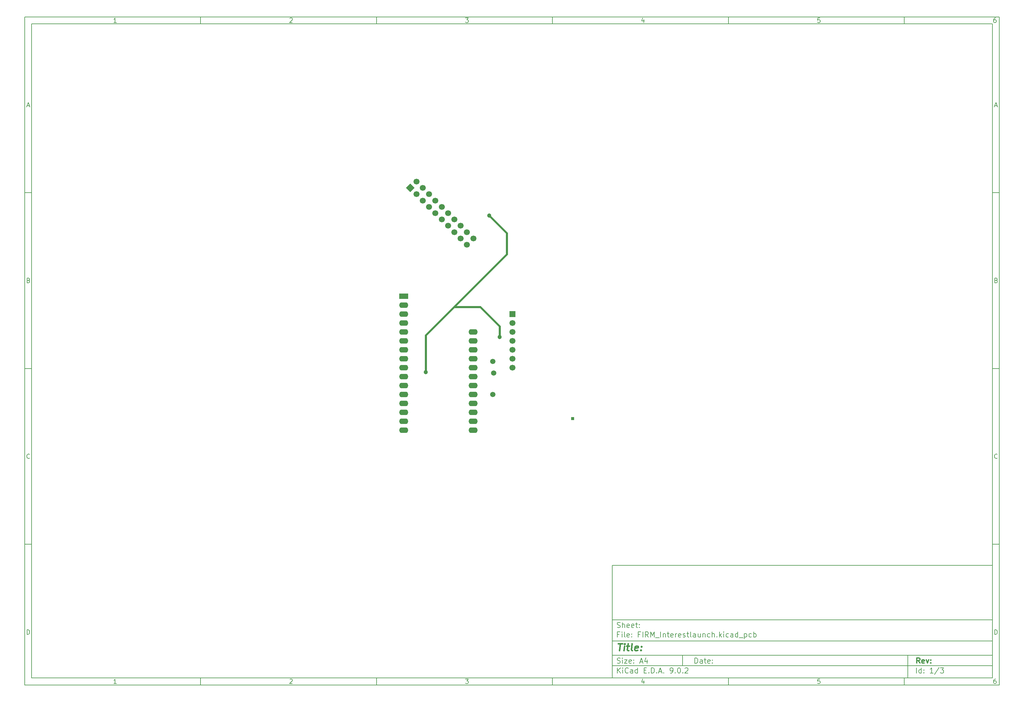
<source format=gbr>
%TF.GenerationSoftware,KiCad,Pcbnew,9.0.2*%
%TF.CreationDate,2025-09-11T00:31:58-04:00*%
%TF.ProjectId,FIRM_Interestlaunch,4649524d-5f49-46e7-9465-726573746c61,rev?*%
%TF.SameCoordinates,Original*%
%TF.FileFunction,Copper,L1,Top*%
%TF.FilePolarity,Positive*%
%FSLAX46Y46*%
G04 Gerber Fmt 4.6, Leading zero omitted, Abs format (unit mm)*
G04 Created by KiCad (PCBNEW 9.0.2) date 2025-09-11 00:31:58*
%MOMM*%
%LPD*%
G01*
G04 APERTURE LIST*
G04 Aperture macros list*
%AMRoundRect*
0 Rectangle with rounded corners*
0 $1 Rounding radius*
0 $2 $3 $4 $5 $6 $7 $8 $9 X,Y pos of 4 corners*
0 Add a 4 corners polygon primitive as box body*
4,1,4,$2,$3,$4,$5,$6,$7,$8,$9,$2,$3,0*
0 Add four circle primitives for the rounded corners*
1,1,$1+$1,$2,$3*
1,1,$1+$1,$4,$5*
1,1,$1+$1,$6,$7*
1,1,$1+$1,$8,$9*
0 Add four rect primitives between the rounded corners*
20,1,$1+$1,$2,$3,$4,$5,0*
20,1,$1+$1,$4,$5,$6,$7,0*
20,1,$1+$1,$6,$7,$8,$9,0*
20,1,$1+$1,$8,$9,$2,$3,0*%
%AMRotRect*
0 Rectangle, with rotation*
0 The origin of the aperture is its center*
0 $1 length*
0 $2 width*
0 $3 Rotation angle, in degrees counterclockwise*
0 Add horizontal line*
21,1,$1,$2,0,0,$3*%
G04 Aperture macros list end*
%ADD10C,0.100000*%
%ADD11C,0.150000*%
%ADD12C,0.300000*%
%ADD13C,0.400000*%
%TA.AperFunction,ComponentPad*%
%ADD14R,0.850000X0.850000*%
%TD*%
%TA.AperFunction,ComponentPad*%
%ADD15R,1.700000X1.700000*%
%TD*%
%TA.AperFunction,ComponentPad*%
%ADD16C,1.700000*%
%TD*%
%TA.AperFunction,ComponentPad*%
%ADD17RotRect,1.700000X1.700000X45.000000*%
%TD*%
%TA.AperFunction,ComponentPad*%
%ADD18RoundRect,0.250000X-1.050000X-0.550000X1.050000X-0.550000X1.050000X0.550000X-1.050000X0.550000X0*%
%TD*%
%TA.AperFunction,ComponentPad*%
%ADD19O,2.600000X1.600000*%
%TD*%
%TA.AperFunction,ViaPad*%
%ADD20C,1.500000*%
%TD*%
%TA.AperFunction,ViaPad*%
%ADD21C,1.200000*%
%TD*%
%TA.AperFunction,Conductor*%
%ADD22C,0.600000*%
%TD*%
G04 APERTURE END LIST*
D10*
D11*
X177002200Y-166007200D02*
X285002200Y-166007200D01*
X285002200Y-198007200D01*
X177002200Y-198007200D01*
X177002200Y-166007200D01*
D10*
D11*
X10000000Y-10000000D02*
X287002200Y-10000000D01*
X287002200Y-200007200D01*
X10000000Y-200007200D01*
X10000000Y-10000000D01*
D10*
D11*
X12000000Y-12000000D02*
X285002200Y-12000000D01*
X285002200Y-198007200D01*
X12000000Y-198007200D01*
X12000000Y-12000000D01*
D10*
D11*
X60000000Y-12000000D02*
X60000000Y-10000000D01*
D10*
D11*
X110000000Y-12000000D02*
X110000000Y-10000000D01*
D10*
D11*
X160000000Y-12000000D02*
X160000000Y-10000000D01*
D10*
D11*
X210000000Y-12000000D02*
X210000000Y-10000000D01*
D10*
D11*
X260000000Y-12000000D02*
X260000000Y-10000000D01*
D10*
D11*
X36089160Y-11593604D02*
X35346303Y-11593604D01*
X35717731Y-11593604D02*
X35717731Y-10293604D01*
X35717731Y-10293604D02*
X35593922Y-10479319D01*
X35593922Y-10479319D02*
X35470112Y-10603128D01*
X35470112Y-10603128D02*
X35346303Y-10665033D01*
D10*
D11*
X85346303Y-10417414D02*
X85408207Y-10355509D01*
X85408207Y-10355509D02*
X85532017Y-10293604D01*
X85532017Y-10293604D02*
X85841541Y-10293604D01*
X85841541Y-10293604D02*
X85965350Y-10355509D01*
X85965350Y-10355509D02*
X86027255Y-10417414D01*
X86027255Y-10417414D02*
X86089160Y-10541223D01*
X86089160Y-10541223D02*
X86089160Y-10665033D01*
X86089160Y-10665033D02*
X86027255Y-10850747D01*
X86027255Y-10850747D02*
X85284398Y-11593604D01*
X85284398Y-11593604D02*
X86089160Y-11593604D01*
D10*
D11*
X135284398Y-10293604D02*
X136089160Y-10293604D01*
X136089160Y-10293604D02*
X135655826Y-10788842D01*
X135655826Y-10788842D02*
X135841541Y-10788842D01*
X135841541Y-10788842D02*
X135965350Y-10850747D01*
X135965350Y-10850747D02*
X136027255Y-10912652D01*
X136027255Y-10912652D02*
X136089160Y-11036461D01*
X136089160Y-11036461D02*
X136089160Y-11345985D01*
X136089160Y-11345985D02*
X136027255Y-11469795D01*
X136027255Y-11469795D02*
X135965350Y-11531700D01*
X135965350Y-11531700D02*
X135841541Y-11593604D01*
X135841541Y-11593604D02*
X135470112Y-11593604D01*
X135470112Y-11593604D02*
X135346303Y-11531700D01*
X135346303Y-11531700D02*
X135284398Y-11469795D01*
D10*
D11*
X185965350Y-10726938D02*
X185965350Y-11593604D01*
X185655826Y-10231700D02*
X185346303Y-11160271D01*
X185346303Y-11160271D02*
X186151064Y-11160271D01*
D10*
D11*
X236027255Y-10293604D02*
X235408207Y-10293604D01*
X235408207Y-10293604D02*
X235346303Y-10912652D01*
X235346303Y-10912652D02*
X235408207Y-10850747D01*
X235408207Y-10850747D02*
X235532017Y-10788842D01*
X235532017Y-10788842D02*
X235841541Y-10788842D01*
X235841541Y-10788842D02*
X235965350Y-10850747D01*
X235965350Y-10850747D02*
X236027255Y-10912652D01*
X236027255Y-10912652D02*
X236089160Y-11036461D01*
X236089160Y-11036461D02*
X236089160Y-11345985D01*
X236089160Y-11345985D02*
X236027255Y-11469795D01*
X236027255Y-11469795D02*
X235965350Y-11531700D01*
X235965350Y-11531700D02*
X235841541Y-11593604D01*
X235841541Y-11593604D02*
X235532017Y-11593604D01*
X235532017Y-11593604D02*
X235408207Y-11531700D01*
X235408207Y-11531700D02*
X235346303Y-11469795D01*
D10*
D11*
X285965350Y-10293604D02*
X285717731Y-10293604D01*
X285717731Y-10293604D02*
X285593922Y-10355509D01*
X285593922Y-10355509D02*
X285532017Y-10417414D01*
X285532017Y-10417414D02*
X285408207Y-10603128D01*
X285408207Y-10603128D02*
X285346303Y-10850747D01*
X285346303Y-10850747D02*
X285346303Y-11345985D01*
X285346303Y-11345985D02*
X285408207Y-11469795D01*
X285408207Y-11469795D02*
X285470112Y-11531700D01*
X285470112Y-11531700D02*
X285593922Y-11593604D01*
X285593922Y-11593604D02*
X285841541Y-11593604D01*
X285841541Y-11593604D02*
X285965350Y-11531700D01*
X285965350Y-11531700D02*
X286027255Y-11469795D01*
X286027255Y-11469795D02*
X286089160Y-11345985D01*
X286089160Y-11345985D02*
X286089160Y-11036461D01*
X286089160Y-11036461D02*
X286027255Y-10912652D01*
X286027255Y-10912652D02*
X285965350Y-10850747D01*
X285965350Y-10850747D02*
X285841541Y-10788842D01*
X285841541Y-10788842D02*
X285593922Y-10788842D01*
X285593922Y-10788842D02*
X285470112Y-10850747D01*
X285470112Y-10850747D02*
X285408207Y-10912652D01*
X285408207Y-10912652D02*
X285346303Y-11036461D01*
D10*
D11*
X60000000Y-198007200D02*
X60000000Y-200007200D01*
D10*
D11*
X110000000Y-198007200D02*
X110000000Y-200007200D01*
D10*
D11*
X160000000Y-198007200D02*
X160000000Y-200007200D01*
D10*
D11*
X210000000Y-198007200D02*
X210000000Y-200007200D01*
D10*
D11*
X260000000Y-198007200D02*
X260000000Y-200007200D01*
D10*
D11*
X36089160Y-199600804D02*
X35346303Y-199600804D01*
X35717731Y-199600804D02*
X35717731Y-198300804D01*
X35717731Y-198300804D02*
X35593922Y-198486519D01*
X35593922Y-198486519D02*
X35470112Y-198610328D01*
X35470112Y-198610328D02*
X35346303Y-198672233D01*
D10*
D11*
X85346303Y-198424614D02*
X85408207Y-198362709D01*
X85408207Y-198362709D02*
X85532017Y-198300804D01*
X85532017Y-198300804D02*
X85841541Y-198300804D01*
X85841541Y-198300804D02*
X85965350Y-198362709D01*
X85965350Y-198362709D02*
X86027255Y-198424614D01*
X86027255Y-198424614D02*
X86089160Y-198548423D01*
X86089160Y-198548423D02*
X86089160Y-198672233D01*
X86089160Y-198672233D02*
X86027255Y-198857947D01*
X86027255Y-198857947D02*
X85284398Y-199600804D01*
X85284398Y-199600804D02*
X86089160Y-199600804D01*
D10*
D11*
X135284398Y-198300804D02*
X136089160Y-198300804D01*
X136089160Y-198300804D02*
X135655826Y-198796042D01*
X135655826Y-198796042D02*
X135841541Y-198796042D01*
X135841541Y-198796042D02*
X135965350Y-198857947D01*
X135965350Y-198857947D02*
X136027255Y-198919852D01*
X136027255Y-198919852D02*
X136089160Y-199043661D01*
X136089160Y-199043661D02*
X136089160Y-199353185D01*
X136089160Y-199353185D02*
X136027255Y-199476995D01*
X136027255Y-199476995D02*
X135965350Y-199538900D01*
X135965350Y-199538900D02*
X135841541Y-199600804D01*
X135841541Y-199600804D02*
X135470112Y-199600804D01*
X135470112Y-199600804D02*
X135346303Y-199538900D01*
X135346303Y-199538900D02*
X135284398Y-199476995D01*
D10*
D11*
X185965350Y-198734138D02*
X185965350Y-199600804D01*
X185655826Y-198238900D02*
X185346303Y-199167471D01*
X185346303Y-199167471D02*
X186151064Y-199167471D01*
D10*
D11*
X236027255Y-198300804D02*
X235408207Y-198300804D01*
X235408207Y-198300804D02*
X235346303Y-198919852D01*
X235346303Y-198919852D02*
X235408207Y-198857947D01*
X235408207Y-198857947D02*
X235532017Y-198796042D01*
X235532017Y-198796042D02*
X235841541Y-198796042D01*
X235841541Y-198796042D02*
X235965350Y-198857947D01*
X235965350Y-198857947D02*
X236027255Y-198919852D01*
X236027255Y-198919852D02*
X236089160Y-199043661D01*
X236089160Y-199043661D02*
X236089160Y-199353185D01*
X236089160Y-199353185D02*
X236027255Y-199476995D01*
X236027255Y-199476995D02*
X235965350Y-199538900D01*
X235965350Y-199538900D02*
X235841541Y-199600804D01*
X235841541Y-199600804D02*
X235532017Y-199600804D01*
X235532017Y-199600804D02*
X235408207Y-199538900D01*
X235408207Y-199538900D02*
X235346303Y-199476995D01*
D10*
D11*
X285965350Y-198300804D02*
X285717731Y-198300804D01*
X285717731Y-198300804D02*
X285593922Y-198362709D01*
X285593922Y-198362709D02*
X285532017Y-198424614D01*
X285532017Y-198424614D02*
X285408207Y-198610328D01*
X285408207Y-198610328D02*
X285346303Y-198857947D01*
X285346303Y-198857947D02*
X285346303Y-199353185D01*
X285346303Y-199353185D02*
X285408207Y-199476995D01*
X285408207Y-199476995D02*
X285470112Y-199538900D01*
X285470112Y-199538900D02*
X285593922Y-199600804D01*
X285593922Y-199600804D02*
X285841541Y-199600804D01*
X285841541Y-199600804D02*
X285965350Y-199538900D01*
X285965350Y-199538900D02*
X286027255Y-199476995D01*
X286027255Y-199476995D02*
X286089160Y-199353185D01*
X286089160Y-199353185D02*
X286089160Y-199043661D01*
X286089160Y-199043661D02*
X286027255Y-198919852D01*
X286027255Y-198919852D02*
X285965350Y-198857947D01*
X285965350Y-198857947D02*
X285841541Y-198796042D01*
X285841541Y-198796042D02*
X285593922Y-198796042D01*
X285593922Y-198796042D02*
X285470112Y-198857947D01*
X285470112Y-198857947D02*
X285408207Y-198919852D01*
X285408207Y-198919852D02*
X285346303Y-199043661D01*
D10*
D11*
X10000000Y-60000000D02*
X12000000Y-60000000D01*
D10*
D11*
X10000000Y-110000000D02*
X12000000Y-110000000D01*
D10*
D11*
X10000000Y-160000000D02*
X12000000Y-160000000D01*
D10*
D11*
X10690476Y-35222176D02*
X11309523Y-35222176D01*
X10566666Y-35593604D02*
X10999999Y-34293604D01*
X10999999Y-34293604D02*
X11433333Y-35593604D01*
D10*
D11*
X11092857Y-84912652D02*
X11278571Y-84974557D01*
X11278571Y-84974557D02*
X11340476Y-85036461D01*
X11340476Y-85036461D02*
X11402380Y-85160271D01*
X11402380Y-85160271D02*
X11402380Y-85345985D01*
X11402380Y-85345985D02*
X11340476Y-85469795D01*
X11340476Y-85469795D02*
X11278571Y-85531700D01*
X11278571Y-85531700D02*
X11154761Y-85593604D01*
X11154761Y-85593604D02*
X10659523Y-85593604D01*
X10659523Y-85593604D02*
X10659523Y-84293604D01*
X10659523Y-84293604D02*
X11092857Y-84293604D01*
X11092857Y-84293604D02*
X11216666Y-84355509D01*
X11216666Y-84355509D02*
X11278571Y-84417414D01*
X11278571Y-84417414D02*
X11340476Y-84541223D01*
X11340476Y-84541223D02*
X11340476Y-84665033D01*
X11340476Y-84665033D02*
X11278571Y-84788842D01*
X11278571Y-84788842D02*
X11216666Y-84850747D01*
X11216666Y-84850747D02*
X11092857Y-84912652D01*
X11092857Y-84912652D02*
X10659523Y-84912652D01*
D10*
D11*
X11402380Y-135469795D02*
X11340476Y-135531700D01*
X11340476Y-135531700D02*
X11154761Y-135593604D01*
X11154761Y-135593604D02*
X11030952Y-135593604D01*
X11030952Y-135593604D02*
X10845238Y-135531700D01*
X10845238Y-135531700D02*
X10721428Y-135407890D01*
X10721428Y-135407890D02*
X10659523Y-135284080D01*
X10659523Y-135284080D02*
X10597619Y-135036461D01*
X10597619Y-135036461D02*
X10597619Y-134850747D01*
X10597619Y-134850747D02*
X10659523Y-134603128D01*
X10659523Y-134603128D02*
X10721428Y-134479319D01*
X10721428Y-134479319D02*
X10845238Y-134355509D01*
X10845238Y-134355509D02*
X11030952Y-134293604D01*
X11030952Y-134293604D02*
X11154761Y-134293604D01*
X11154761Y-134293604D02*
X11340476Y-134355509D01*
X11340476Y-134355509D02*
X11402380Y-134417414D01*
D10*
D11*
X10659523Y-185593604D02*
X10659523Y-184293604D01*
X10659523Y-184293604D02*
X10969047Y-184293604D01*
X10969047Y-184293604D02*
X11154761Y-184355509D01*
X11154761Y-184355509D02*
X11278571Y-184479319D01*
X11278571Y-184479319D02*
X11340476Y-184603128D01*
X11340476Y-184603128D02*
X11402380Y-184850747D01*
X11402380Y-184850747D02*
X11402380Y-185036461D01*
X11402380Y-185036461D02*
X11340476Y-185284080D01*
X11340476Y-185284080D02*
X11278571Y-185407890D01*
X11278571Y-185407890D02*
X11154761Y-185531700D01*
X11154761Y-185531700D02*
X10969047Y-185593604D01*
X10969047Y-185593604D02*
X10659523Y-185593604D01*
D10*
D11*
X287002200Y-60000000D02*
X285002200Y-60000000D01*
D10*
D11*
X287002200Y-110000000D02*
X285002200Y-110000000D01*
D10*
D11*
X287002200Y-160000000D02*
X285002200Y-160000000D01*
D10*
D11*
X285692676Y-35222176D02*
X286311723Y-35222176D01*
X285568866Y-35593604D02*
X286002199Y-34293604D01*
X286002199Y-34293604D02*
X286435533Y-35593604D01*
D10*
D11*
X286095057Y-84912652D02*
X286280771Y-84974557D01*
X286280771Y-84974557D02*
X286342676Y-85036461D01*
X286342676Y-85036461D02*
X286404580Y-85160271D01*
X286404580Y-85160271D02*
X286404580Y-85345985D01*
X286404580Y-85345985D02*
X286342676Y-85469795D01*
X286342676Y-85469795D02*
X286280771Y-85531700D01*
X286280771Y-85531700D02*
X286156961Y-85593604D01*
X286156961Y-85593604D02*
X285661723Y-85593604D01*
X285661723Y-85593604D02*
X285661723Y-84293604D01*
X285661723Y-84293604D02*
X286095057Y-84293604D01*
X286095057Y-84293604D02*
X286218866Y-84355509D01*
X286218866Y-84355509D02*
X286280771Y-84417414D01*
X286280771Y-84417414D02*
X286342676Y-84541223D01*
X286342676Y-84541223D02*
X286342676Y-84665033D01*
X286342676Y-84665033D02*
X286280771Y-84788842D01*
X286280771Y-84788842D02*
X286218866Y-84850747D01*
X286218866Y-84850747D02*
X286095057Y-84912652D01*
X286095057Y-84912652D02*
X285661723Y-84912652D01*
D10*
D11*
X286404580Y-135469795D02*
X286342676Y-135531700D01*
X286342676Y-135531700D02*
X286156961Y-135593604D01*
X286156961Y-135593604D02*
X286033152Y-135593604D01*
X286033152Y-135593604D02*
X285847438Y-135531700D01*
X285847438Y-135531700D02*
X285723628Y-135407890D01*
X285723628Y-135407890D02*
X285661723Y-135284080D01*
X285661723Y-135284080D02*
X285599819Y-135036461D01*
X285599819Y-135036461D02*
X285599819Y-134850747D01*
X285599819Y-134850747D02*
X285661723Y-134603128D01*
X285661723Y-134603128D02*
X285723628Y-134479319D01*
X285723628Y-134479319D02*
X285847438Y-134355509D01*
X285847438Y-134355509D02*
X286033152Y-134293604D01*
X286033152Y-134293604D02*
X286156961Y-134293604D01*
X286156961Y-134293604D02*
X286342676Y-134355509D01*
X286342676Y-134355509D02*
X286404580Y-134417414D01*
D10*
D11*
X285661723Y-185593604D02*
X285661723Y-184293604D01*
X285661723Y-184293604D02*
X285971247Y-184293604D01*
X285971247Y-184293604D02*
X286156961Y-184355509D01*
X286156961Y-184355509D02*
X286280771Y-184479319D01*
X286280771Y-184479319D02*
X286342676Y-184603128D01*
X286342676Y-184603128D02*
X286404580Y-184850747D01*
X286404580Y-184850747D02*
X286404580Y-185036461D01*
X286404580Y-185036461D02*
X286342676Y-185284080D01*
X286342676Y-185284080D02*
X286280771Y-185407890D01*
X286280771Y-185407890D02*
X286156961Y-185531700D01*
X286156961Y-185531700D02*
X285971247Y-185593604D01*
X285971247Y-185593604D02*
X285661723Y-185593604D01*
D10*
D11*
X200458026Y-193793328D02*
X200458026Y-192293328D01*
X200458026Y-192293328D02*
X200815169Y-192293328D01*
X200815169Y-192293328D02*
X201029455Y-192364757D01*
X201029455Y-192364757D02*
X201172312Y-192507614D01*
X201172312Y-192507614D02*
X201243741Y-192650471D01*
X201243741Y-192650471D02*
X201315169Y-192936185D01*
X201315169Y-192936185D02*
X201315169Y-193150471D01*
X201315169Y-193150471D02*
X201243741Y-193436185D01*
X201243741Y-193436185D02*
X201172312Y-193579042D01*
X201172312Y-193579042D02*
X201029455Y-193721900D01*
X201029455Y-193721900D02*
X200815169Y-193793328D01*
X200815169Y-193793328D02*
X200458026Y-193793328D01*
X202600884Y-193793328D02*
X202600884Y-193007614D01*
X202600884Y-193007614D02*
X202529455Y-192864757D01*
X202529455Y-192864757D02*
X202386598Y-192793328D01*
X202386598Y-192793328D02*
X202100884Y-192793328D01*
X202100884Y-192793328D02*
X201958026Y-192864757D01*
X202600884Y-193721900D02*
X202458026Y-193793328D01*
X202458026Y-193793328D02*
X202100884Y-193793328D01*
X202100884Y-193793328D02*
X201958026Y-193721900D01*
X201958026Y-193721900D02*
X201886598Y-193579042D01*
X201886598Y-193579042D02*
X201886598Y-193436185D01*
X201886598Y-193436185D02*
X201958026Y-193293328D01*
X201958026Y-193293328D02*
X202100884Y-193221900D01*
X202100884Y-193221900D02*
X202458026Y-193221900D01*
X202458026Y-193221900D02*
X202600884Y-193150471D01*
X203100884Y-192793328D02*
X203672312Y-192793328D01*
X203315169Y-192293328D02*
X203315169Y-193579042D01*
X203315169Y-193579042D02*
X203386598Y-193721900D01*
X203386598Y-193721900D02*
X203529455Y-193793328D01*
X203529455Y-193793328D02*
X203672312Y-193793328D01*
X204743741Y-193721900D02*
X204600884Y-193793328D01*
X204600884Y-193793328D02*
X204315170Y-193793328D01*
X204315170Y-193793328D02*
X204172312Y-193721900D01*
X204172312Y-193721900D02*
X204100884Y-193579042D01*
X204100884Y-193579042D02*
X204100884Y-193007614D01*
X204100884Y-193007614D02*
X204172312Y-192864757D01*
X204172312Y-192864757D02*
X204315170Y-192793328D01*
X204315170Y-192793328D02*
X204600884Y-192793328D01*
X204600884Y-192793328D02*
X204743741Y-192864757D01*
X204743741Y-192864757D02*
X204815170Y-193007614D01*
X204815170Y-193007614D02*
X204815170Y-193150471D01*
X204815170Y-193150471D02*
X204100884Y-193293328D01*
X205458026Y-193650471D02*
X205529455Y-193721900D01*
X205529455Y-193721900D02*
X205458026Y-193793328D01*
X205458026Y-193793328D02*
X205386598Y-193721900D01*
X205386598Y-193721900D02*
X205458026Y-193650471D01*
X205458026Y-193650471D02*
X205458026Y-193793328D01*
X205458026Y-192864757D02*
X205529455Y-192936185D01*
X205529455Y-192936185D02*
X205458026Y-193007614D01*
X205458026Y-193007614D02*
X205386598Y-192936185D01*
X205386598Y-192936185D02*
X205458026Y-192864757D01*
X205458026Y-192864757D02*
X205458026Y-193007614D01*
D10*
D11*
X177002200Y-194507200D02*
X285002200Y-194507200D01*
D10*
D11*
X178458026Y-196593328D02*
X178458026Y-195093328D01*
X179315169Y-196593328D02*
X178672312Y-195736185D01*
X179315169Y-195093328D02*
X178458026Y-195950471D01*
X179958026Y-196593328D02*
X179958026Y-195593328D01*
X179958026Y-195093328D02*
X179886598Y-195164757D01*
X179886598Y-195164757D02*
X179958026Y-195236185D01*
X179958026Y-195236185D02*
X180029455Y-195164757D01*
X180029455Y-195164757D02*
X179958026Y-195093328D01*
X179958026Y-195093328D02*
X179958026Y-195236185D01*
X181529455Y-196450471D02*
X181458027Y-196521900D01*
X181458027Y-196521900D02*
X181243741Y-196593328D01*
X181243741Y-196593328D02*
X181100884Y-196593328D01*
X181100884Y-196593328D02*
X180886598Y-196521900D01*
X180886598Y-196521900D02*
X180743741Y-196379042D01*
X180743741Y-196379042D02*
X180672312Y-196236185D01*
X180672312Y-196236185D02*
X180600884Y-195950471D01*
X180600884Y-195950471D02*
X180600884Y-195736185D01*
X180600884Y-195736185D02*
X180672312Y-195450471D01*
X180672312Y-195450471D02*
X180743741Y-195307614D01*
X180743741Y-195307614D02*
X180886598Y-195164757D01*
X180886598Y-195164757D02*
X181100884Y-195093328D01*
X181100884Y-195093328D02*
X181243741Y-195093328D01*
X181243741Y-195093328D02*
X181458027Y-195164757D01*
X181458027Y-195164757D02*
X181529455Y-195236185D01*
X182815170Y-196593328D02*
X182815170Y-195807614D01*
X182815170Y-195807614D02*
X182743741Y-195664757D01*
X182743741Y-195664757D02*
X182600884Y-195593328D01*
X182600884Y-195593328D02*
X182315170Y-195593328D01*
X182315170Y-195593328D02*
X182172312Y-195664757D01*
X182815170Y-196521900D02*
X182672312Y-196593328D01*
X182672312Y-196593328D02*
X182315170Y-196593328D01*
X182315170Y-196593328D02*
X182172312Y-196521900D01*
X182172312Y-196521900D02*
X182100884Y-196379042D01*
X182100884Y-196379042D02*
X182100884Y-196236185D01*
X182100884Y-196236185D02*
X182172312Y-196093328D01*
X182172312Y-196093328D02*
X182315170Y-196021900D01*
X182315170Y-196021900D02*
X182672312Y-196021900D01*
X182672312Y-196021900D02*
X182815170Y-195950471D01*
X184172313Y-196593328D02*
X184172313Y-195093328D01*
X184172313Y-196521900D02*
X184029455Y-196593328D01*
X184029455Y-196593328D02*
X183743741Y-196593328D01*
X183743741Y-196593328D02*
X183600884Y-196521900D01*
X183600884Y-196521900D02*
X183529455Y-196450471D01*
X183529455Y-196450471D02*
X183458027Y-196307614D01*
X183458027Y-196307614D02*
X183458027Y-195879042D01*
X183458027Y-195879042D02*
X183529455Y-195736185D01*
X183529455Y-195736185D02*
X183600884Y-195664757D01*
X183600884Y-195664757D02*
X183743741Y-195593328D01*
X183743741Y-195593328D02*
X184029455Y-195593328D01*
X184029455Y-195593328D02*
X184172313Y-195664757D01*
X186029455Y-195807614D02*
X186529455Y-195807614D01*
X186743741Y-196593328D02*
X186029455Y-196593328D01*
X186029455Y-196593328D02*
X186029455Y-195093328D01*
X186029455Y-195093328D02*
X186743741Y-195093328D01*
X187386598Y-196450471D02*
X187458027Y-196521900D01*
X187458027Y-196521900D02*
X187386598Y-196593328D01*
X187386598Y-196593328D02*
X187315170Y-196521900D01*
X187315170Y-196521900D02*
X187386598Y-196450471D01*
X187386598Y-196450471D02*
X187386598Y-196593328D01*
X188100884Y-196593328D02*
X188100884Y-195093328D01*
X188100884Y-195093328D02*
X188458027Y-195093328D01*
X188458027Y-195093328D02*
X188672313Y-195164757D01*
X188672313Y-195164757D02*
X188815170Y-195307614D01*
X188815170Y-195307614D02*
X188886599Y-195450471D01*
X188886599Y-195450471D02*
X188958027Y-195736185D01*
X188958027Y-195736185D02*
X188958027Y-195950471D01*
X188958027Y-195950471D02*
X188886599Y-196236185D01*
X188886599Y-196236185D02*
X188815170Y-196379042D01*
X188815170Y-196379042D02*
X188672313Y-196521900D01*
X188672313Y-196521900D02*
X188458027Y-196593328D01*
X188458027Y-196593328D02*
X188100884Y-196593328D01*
X189600884Y-196450471D02*
X189672313Y-196521900D01*
X189672313Y-196521900D02*
X189600884Y-196593328D01*
X189600884Y-196593328D02*
X189529456Y-196521900D01*
X189529456Y-196521900D02*
X189600884Y-196450471D01*
X189600884Y-196450471D02*
X189600884Y-196593328D01*
X190243742Y-196164757D02*
X190958028Y-196164757D01*
X190100885Y-196593328D02*
X190600885Y-195093328D01*
X190600885Y-195093328D02*
X191100885Y-196593328D01*
X191600884Y-196450471D02*
X191672313Y-196521900D01*
X191672313Y-196521900D02*
X191600884Y-196593328D01*
X191600884Y-196593328D02*
X191529456Y-196521900D01*
X191529456Y-196521900D02*
X191600884Y-196450471D01*
X191600884Y-196450471D02*
X191600884Y-196593328D01*
X193529456Y-196593328D02*
X193815170Y-196593328D01*
X193815170Y-196593328D02*
X193958027Y-196521900D01*
X193958027Y-196521900D02*
X194029456Y-196450471D01*
X194029456Y-196450471D02*
X194172313Y-196236185D01*
X194172313Y-196236185D02*
X194243742Y-195950471D01*
X194243742Y-195950471D02*
X194243742Y-195379042D01*
X194243742Y-195379042D02*
X194172313Y-195236185D01*
X194172313Y-195236185D02*
X194100885Y-195164757D01*
X194100885Y-195164757D02*
X193958027Y-195093328D01*
X193958027Y-195093328D02*
X193672313Y-195093328D01*
X193672313Y-195093328D02*
X193529456Y-195164757D01*
X193529456Y-195164757D02*
X193458027Y-195236185D01*
X193458027Y-195236185D02*
X193386599Y-195379042D01*
X193386599Y-195379042D02*
X193386599Y-195736185D01*
X193386599Y-195736185D02*
X193458027Y-195879042D01*
X193458027Y-195879042D02*
X193529456Y-195950471D01*
X193529456Y-195950471D02*
X193672313Y-196021900D01*
X193672313Y-196021900D02*
X193958027Y-196021900D01*
X193958027Y-196021900D02*
X194100885Y-195950471D01*
X194100885Y-195950471D02*
X194172313Y-195879042D01*
X194172313Y-195879042D02*
X194243742Y-195736185D01*
X194886598Y-196450471D02*
X194958027Y-196521900D01*
X194958027Y-196521900D02*
X194886598Y-196593328D01*
X194886598Y-196593328D02*
X194815170Y-196521900D01*
X194815170Y-196521900D02*
X194886598Y-196450471D01*
X194886598Y-196450471D02*
X194886598Y-196593328D01*
X195886599Y-195093328D02*
X196029456Y-195093328D01*
X196029456Y-195093328D02*
X196172313Y-195164757D01*
X196172313Y-195164757D02*
X196243742Y-195236185D01*
X196243742Y-195236185D02*
X196315170Y-195379042D01*
X196315170Y-195379042D02*
X196386599Y-195664757D01*
X196386599Y-195664757D02*
X196386599Y-196021900D01*
X196386599Y-196021900D02*
X196315170Y-196307614D01*
X196315170Y-196307614D02*
X196243742Y-196450471D01*
X196243742Y-196450471D02*
X196172313Y-196521900D01*
X196172313Y-196521900D02*
X196029456Y-196593328D01*
X196029456Y-196593328D02*
X195886599Y-196593328D01*
X195886599Y-196593328D02*
X195743742Y-196521900D01*
X195743742Y-196521900D02*
X195672313Y-196450471D01*
X195672313Y-196450471D02*
X195600884Y-196307614D01*
X195600884Y-196307614D02*
X195529456Y-196021900D01*
X195529456Y-196021900D02*
X195529456Y-195664757D01*
X195529456Y-195664757D02*
X195600884Y-195379042D01*
X195600884Y-195379042D02*
X195672313Y-195236185D01*
X195672313Y-195236185D02*
X195743742Y-195164757D01*
X195743742Y-195164757D02*
X195886599Y-195093328D01*
X197029455Y-196450471D02*
X197100884Y-196521900D01*
X197100884Y-196521900D02*
X197029455Y-196593328D01*
X197029455Y-196593328D02*
X196958027Y-196521900D01*
X196958027Y-196521900D02*
X197029455Y-196450471D01*
X197029455Y-196450471D02*
X197029455Y-196593328D01*
X197672313Y-195236185D02*
X197743741Y-195164757D01*
X197743741Y-195164757D02*
X197886599Y-195093328D01*
X197886599Y-195093328D02*
X198243741Y-195093328D01*
X198243741Y-195093328D02*
X198386599Y-195164757D01*
X198386599Y-195164757D02*
X198458027Y-195236185D01*
X198458027Y-195236185D02*
X198529456Y-195379042D01*
X198529456Y-195379042D02*
X198529456Y-195521900D01*
X198529456Y-195521900D02*
X198458027Y-195736185D01*
X198458027Y-195736185D02*
X197600884Y-196593328D01*
X197600884Y-196593328D02*
X198529456Y-196593328D01*
D10*
D11*
X177002200Y-191507200D02*
X285002200Y-191507200D01*
D10*
D12*
X264413853Y-193785528D02*
X263913853Y-193071242D01*
X263556710Y-193785528D02*
X263556710Y-192285528D01*
X263556710Y-192285528D02*
X264128139Y-192285528D01*
X264128139Y-192285528D02*
X264270996Y-192356957D01*
X264270996Y-192356957D02*
X264342425Y-192428385D01*
X264342425Y-192428385D02*
X264413853Y-192571242D01*
X264413853Y-192571242D02*
X264413853Y-192785528D01*
X264413853Y-192785528D02*
X264342425Y-192928385D01*
X264342425Y-192928385D02*
X264270996Y-192999814D01*
X264270996Y-192999814D02*
X264128139Y-193071242D01*
X264128139Y-193071242D02*
X263556710Y-193071242D01*
X265628139Y-193714100D02*
X265485282Y-193785528D01*
X265485282Y-193785528D02*
X265199568Y-193785528D01*
X265199568Y-193785528D02*
X265056710Y-193714100D01*
X265056710Y-193714100D02*
X264985282Y-193571242D01*
X264985282Y-193571242D02*
X264985282Y-192999814D01*
X264985282Y-192999814D02*
X265056710Y-192856957D01*
X265056710Y-192856957D02*
X265199568Y-192785528D01*
X265199568Y-192785528D02*
X265485282Y-192785528D01*
X265485282Y-192785528D02*
X265628139Y-192856957D01*
X265628139Y-192856957D02*
X265699568Y-192999814D01*
X265699568Y-192999814D02*
X265699568Y-193142671D01*
X265699568Y-193142671D02*
X264985282Y-193285528D01*
X266199567Y-192785528D02*
X266556710Y-193785528D01*
X266556710Y-193785528D02*
X266913853Y-192785528D01*
X267485281Y-193642671D02*
X267556710Y-193714100D01*
X267556710Y-193714100D02*
X267485281Y-193785528D01*
X267485281Y-193785528D02*
X267413853Y-193714100D01*
X267413853Y-193714100D02*
X267485281Y-193642671D01*
X267485281Y-193642671D02*
X267485281Y-193785528D01*
X267485281Y-192856957D02*
X267556710Y-192928385D01*
X267556710Y-192928385D02*
X267485281Y-192999814D01*
X267485281Y-192999814D02*
X267413853Y-192928385D01*
X267413853Y-192928385D02*
X267485281Y-192856957D01*
X267485281Y-192856957D02*
X267485281Y-192999814D01*
D10*
D11*
X178386598Y-193721900D02*
X178600884Y-193793328D01*
X178600884Y-193793328D02*
X178958026Y-193793328D01*
X178958026Y-193793328D02*
X179100884Y-193721900D01*
X179100884Y-193721900D02*
X179172312Y-193650471D01*
X179172312Y-193650471D02*
X179243741Y-193507614D01*
X179243741Y-193507614D02*
X179243741Y-193364757D01*
X179243741Y-193364757D02*
X179172312Y-193221900D01*
X179172312Y-193221900D02*
X179100884Y-193150471D01*
X179100884Y-193150471D02*
X178958026Y-193079042D01*
X178958026Y-193079042D02*
X178672312Y-193007614D01*
X178672312Y-193007614D02*
X178529455Y-192936185D01*
X178529455Y-192936185D02*
X178458026Y-192864757D01*
X178458026Y-192864757D02*
X178386598Y-192721900D01*
X178386598Y-192721900D02*
X178386598Y-192579042D01*
X178386598Y-192579042D02*
X178458026Y-192436185D01*
X178458026Y-192436185D02*
X178529455Y-192364757D01*
X178529455Y-192364757D02*
X178672312Y-192293328D01*
X178672312Y-192293328D02*
X179029455Y-192293328D01*
X179029455Y-192293328D02*
X179243741Y-192364757D01*
X179886597Y-193793328D02*
X179886597Y-192793328D01*
X179886597Y-192293328D02*
X179815169Y-192364757D01*
X179815169Y-192364757D02*
X179886597Y-192436185D01*
X179886597Y-192436185D02*
X179958026Y-192364757D01*
X179958026Y-192364757D02*
X179886597Y-192293328D01*
X179886597Y-192293328D02*
X179886597Y-192436185D01*
X180458026Y-192793328D02*
X181243741Y-192793328D01*
X181243741Y-192793328D02*
X180458026Y-193793328D01*
X180458026Y-193793328D02*
X181243741Y-193793328D01*
X182386598Y-193721900D02*
X182243741Y-193793328D01*
X182243741Y-193793328D02*
X181958027Y-193793328D01*
X181958027Y-193793328D02*
X181815169Y-193721900D01*
X181815169Y-193721900D02*
X181743741Y-193579042D01*
X181743741Y-193579042D02*
X181743741Y-193007614D01*
X181743741Y-193007614D02*
X181815169Y-192864757D01*
X181815169Y-192864757D02*
X181958027Y-192793328D01*
X181958027Y-192793328D02*
X182243741Y-192793328D01*
X182243741Y-192793328D02*
X182386598Y-192864757D01*
X182386598Y-192864757D02*
X182458027Y-193007614D01*
X182458027Y-193007614D02*
X182458027Y-193150471D01*
X182458027Y-193150471D02*
X181743741Y-193293328D01*
X183100883Y-193650471D02*
X183172312Y-193721900D01*
X183172312Y-193721900D02*
X183100883Y-193793328D01*
X183100883Y-193793328D02*
X183029455Y-193721900D01*
X183029455Y-193721900D02*
X183100883Y-193650471D01*
X183100883Y-193650471D02*
X183100883Y-193793328D01*
X183100883Y-192864757D02*
X183172312Y-192936185D01*
X183172312Y-192936185D02*
X183100883Y-193007614D01*
X183100883Y-193007614D02*
X183029455Y-192936185D01*
X183029455Y-192936185D02*
X183100883Y-192864757D01*
X183100883Y-192864757D02*
X183100883Y-193007614D01*
X184886598Y-193364757D02*
X185600884Y-193364757D01*
X184743741Y-193793328D02*
X185243741Y-192293328D01*
X185243741Y-192293328D02*
X185743741Y-193793328D01*
X186886598Y-192793328D02*
X186886598Y-193793328D01*
X186529455Y-192221900D02*
X186172312Y-193293328D01*
X186172312Y-193293328D02*
X187100883Y-193293328D01*
D10*
D11*
X263458026Y-196593328D02*
X263458026Y-195093328D01*
X264815170Y-196593328D02*
X264815170Y-195093328D01*
X264815170Y-196521900D02*
X264672312Y-196593328D01*
X264672312Y-196593328D02*
X264386598Y-196593328D01*
X264386598Y-196593328D02*
X264243741Y-196521900D01*
X264243741Y-196521900D02*
X264172312Y-196450471D01*
X264172312Y-196450471D02*
X264100884Y-196307614D01*
X264100884Y-196307614D02*
X264100884Y-195879042D01*
X264100884Y-195879042D02*
X264172312Y-195736185D01*
X264172312Y-195736185D02*
X264243741Y-195664757D01*
X264243741Y-195664757D02*
X264386598Y-195593328D01*
X264386598Y-195593328D02*
X264672312Y-195593328D01*
X264672312Y-195593328D02*
X264815170Y-195664757D01*
X265529455Y-196450471D02*
X265600884Y-196521900D01*
X265600884Y-196521900D02*
X265529455Y-196593328D01*
X265529455Y-196593328D02*
X265458027Y-196521900D01*
X265458027Y-196521900D02*
X265529455Y-196450471D01*
X265529455Y-196450471D02*
X265529455Y-196593328D01*
X265529455Y-195664757D02*
X265600884Y-195736185D01*
X265600884Y-195736185D02*
X265529455Y-195807614D01*
X265529455Y-195807614D02*
X265458027Y-195736185D01*
X265458027Y-195736185D02*
X265529455Y-195664757D01*
X265529455Y-195664757D02*
X265529455Y-195807614D01*
X268172313Y-196593328D02*
X267315170Y-196593328D01*
X267743741Y-196593328D02*
X267743741Y-195093328D01*
X267743741Y-195093328D02*
X267600884Y-195307614D01*
X267600884Y-195307614D02*
X267458027Y-195450471D01*
X267458027Y-195450471D02*
X267315170Y-195521900D01*
X269886598Y-195021900D02*
X268600884Y-196950471D01*
X270243741Y-195093328D02*
X271172313Y-195093328D01*
X271172313Y-195093328D02*
X270672313Y-195664757D01*
X270672313Y-195664757D02*
X270886598Y-195664757D01*
X270886598Y-195664757D02*
X271029456Y-195736185D01*
X271029456Y-195736185D02*
X271100884Y-195807614D01*
X271100884Y-195807614D02*
X271172313Y-195950471D01*
X271172313Y-195950471D02*
X271172313Y-196307614D01*
X271172313Y-196307614D02*
X271100884Y-196450471D01*
X271100884Y-196450471D02*
X271029456Y-196521900D01*
X271029456Y-196521900D02*
X270886598Y-196593328D01*
X270886598Y-196593328D02*
X270458027Y-196593328D01*
X270458027Y-196593328D02*
X270315170Y-196521900D01*
X270315170Y-196521900D02*
X270243741Y-196450471D01*
D10*
D11*
X177002200Y-187507200D02*
X285002200Y-187507200D01*
D10*
D13*
X178693928Y-188211638D02*
X179836785Y-188211638D01*
X179015357Y-190211638D02*
X179265357Y-188211638D01*
X180253452Y-190211638D02*
X180420119Y-188878304D01*
X180503452Y-188211638D02*
X180396309Y-188306876D01*
X180396309Y-188306876D02*
X180479643Y-188402114D01*
X180479643Y-188402114D02*
X180586786Y-188306876D01*
X180586786Y-188306876D02*
X180503452Y-188211638D01*
X180503452Y-188211638D02*
X180479643Y-188402114D01*
X181086786Y-188878304D02*
X181848690Y-188878304D01*
X181455833Y-188211638D02*
X181241548Y-189925923D01*
X181241548Y-189925923D02*
X181312976Y-190116400D01*
X181312976Y-190116400D02*
X181491548Y-190211638D01*
X181491548Y-190211638D02*
X181682024Y-190211638D01*
X182634405Y-190211638D02*
X182455833Y-190116400D01*
X182455833Y-190116400D02*
X182384405Y-189925923D01*
X182384405Y-189925923D02*
X182598690Y-188211638D01*
X184170119Y-190116400D02*
X183967738Y-190211638D01*
X183967738Y-190211638D02*
X183586785Y-190211638D01*
X183586785Y-190211638D02*
X183408214Y-190116400D01*
X183408214Y-190116400D02*
X183336785Y-189925923D01*
X183336785Y-189925923D02*
X183432024Y-189164019D01*
X183432024Y-189164019D02*
X183551071Y-188973542D01*
X183551071Y-188973542D02*
X183753452Y-188878304D01*
X183753452Y-188878304D02*
X184134404Y-188878304D01*
X184134404Y-188878304D02*
X184312976Y-188973542D01*
X184312976Y-188973542D02*
X184384404Y-189164019D01*
X184384404Y-189164019D02*
X184360595Y-189354495D01*
X184360595Y-189354495D02*
X183384404Y-189544971D01*
X185134405Y-190021161D02*
X185217738Y-190116400D01*
X185217738Y-190116400D02*
X185110595Y-190211638D01*
X185110595Y-190211638D02*
X185027262Y-190116400D01*
X185027262Y-190116400D02*
X185134405Y-190021161D01*
X185134405Y-190021161D02*
X185110595Y-190211638D01*
X185265357Y-188973542D02*
X185348690Y-189068780D01*
X185348690Y-189068780D02*
X185241548Y-189164019D01*
X185241548Y-189164019D02*
X185158214Y-189068780D01*
X185158214Y-189068780D02*
X185265357Y-188973542D01*
X185265357Y-188973542D02*
X185241548Y-189164019D01*
D10*
D11*
X178958026Y-185607614D02*
X178458026Y-185607614D01*
X178458026Y-186393328D02*
X178458026Y-184893328D01*
X178458026Y-184893328D02*
X179172312Y-184893328D01*
X179743740Y-186393328D02*
X179743740Y-185393328D01*
X179743740Y-184893328D02*
X179672312Y-184964757D01*
X179672312Y-184964757D02*
X179743740Y-185036185D01*
X179743740Y-185036185D02*
X179815169Y-184964757D01*
X179815169Y-184964757D02*
X179743740Y-184893328D01*
X179743740Y-184893328D02*
X179743740Y-185036185D01*
X180672312Y-186393328D02*
X180529455Y-186321900D01*
X180529455Y-186321900D02*
X180458026Y-186179042D01*
X180458026Y-186179042D02*
X180458026Y-184893328D01*
X181815169Y-186321900D02*
X181672312Y-186393328D01*
X181672312Y-186393328D02*
X181386598Y-186393328D01*
X181386598Y-186393328D02*
X181243740Y-186321900D01*
X181243740Y-186321900D02*
X181172312Y-186179042D01*
X181172312Y-186179042D02*
X181172312Y-185607614D01*
X181172312Y-185607614D02*
X181243740Y-185464757D01*
X181243740Y-185464757D02*
X181386598Y-185393328D01*
X181386598Y-185393328D02*
X181672312Y-185393328D01*
X181672312Y-185393328D02*
X181815169Y-185464757D01*
X181815169Y-185464757D02*
X181886598Y-185607614D01*
X181886598Y-185607614D02*
X181886598Y-185750471D01*
X181886598Y-185750471D02*
X181172312Y-185893328D01*
X182529454Y-186250471D02*
X182600883Y-186321900D01*
X182600883Y-186321900D02*
X182529454Y-186393328D01*
X182529454Y-186393328D02*
X182458026Y-186321900D01*
X182458026Y-186321900D02*
X182529454Y-186250471D01*
X182529454Y-186250471D02*
X182529454Y-186393328D01*
X182529454Y-185464757D02*
X182600883Y-185536185D01*
X182600883Y-185536185D02*
X182529454Y-185607614D01*
X182529454Y-185607614D02*
X182458026Y-185536185D01*
X182458026Y-185536185D02*
X182529454Y-185464757D01*
X182529454Y-185464757D02*
X182529454Y-185607614D01*
X184886597Y-185607614D02*
X184386597Y-185607614D01*
X184386597Y-186393328D02*
X184386597Y-184893328D01*
X184386597Y-184893328D02*
X185100883Y-184893328D01*
X185672311Y-186393328D02*
X185672311Y-184893328D01*
X187243740Y-186393328D02*
X186743740Y-185679042D01*
X186386597Y-186393328D02*
X186386597Y-184893328D01*
X186386597Y-184893328D02*
X186958026Y-184893328D01*
X186958026Y-184893328D02*
X187100883Y-184964757D01*
X187100883Y-184964757D02*
X187172312Y-185036185D01*
X187172312Y-185036185D02*
X187243740Y-185179042D01*
X187243740Y-185179042D02*
X187243740Y-185393328D01*
X187243740Y-185393328D02*
X187172312Y-185536185D01*
X187172312Y-185536185D02*
X187100883Y-185607614D01*
X187100883Y-185607614D02*
X186958026Y-185679042D01*
X186958026Y-185679042D02*
X186386597Y-185679042D01*
X187886597Y-186393328D02*
X187886597Y-184893328D01*
X187886597Y-184893328D02*
X188386597Y-185964757D01*
X188386597Y-185964757D02*
X188886597Y-184893328D01*
X188886597Y-184893328D02*
X188886597Y-186393328D01*
X189243741Y-186536185D02*
X190386598Y-186536185D01*
X190743740Y-186393328D02*
X190743740Y-184893328D01*
X191458026Y-185393328D02*
X191458026Y-186393328D01*
X191458026Y-185536185D02*
X191529455Y-185464757D01*
X191529455Y-185464757D02*
X191672312Y-185393328D01*
X191672312Y-185393328D02*
X191886598Y-185393328D01*
X191886598Y-185393328D02*
X192029455Y-185464757D01*
X192029455Y-185464757D02*
X192100884Y-185607614D01*
X192100884Y-185607614D02*
X192100884Y-186393328D01*
X192600884Y-185393328D02*
X193172312Y-185393328D01*
X192815169Y-184893328D02*
X192815169Y-186179042D01*
X192815169Y-186179042D02*
X192886598Y-186321900D01*
X192886598Y-186321900D02*
X193029455Y-186393328D01*
X193029455Y-186393328D02*
X193172312Y-186393328D01*
X194243741Y-186321900D02*
X194100884Y-186393328D01*
X194100884Y-186393328D02*
X193815170Y-186393328D01*
X193815170Y-186393328D02*
X193672312Y-186321900D01*
X193672312Y-186321900D02*
X193600884Y-186179042D01*
X193600884Y-186179042D02*
X193600884Y-185607614D01*
X193600884Y-185607614D02*
X193672312Y-185464757D01*
X193672312Y-185464757D02*
X193815170Y-185393328D01*
X193815170Y-185393328D02*
X194100884Y-185393328D01*
X194100884Y-185393328D02*
X194243741Y-185464757D01*
X194243741Y-185464757D02*
X194315170Y-185607614D01*
X194315170Y-185607614D02*
X194315170Y-185750471D01*
X194315170Y-185750471D02*
X193600884Y-185893328D01*
X194958026Y-186393328D02*
X194958026Y-185393328D01*
X194958026Y-185679042D02*
X195029455Y-185536185D01*
X195029455Y-185536185D02*
X195100884Y-185464757D01*
X195100884Y-185464757D02*
X195243741Y-185393328D01*
X195243741Y-185393328D02*
X195386598Y-185393328D01*
X196458026Y-186321900D02*
X196315169Y-186393328D01*
X196315169Y-186393328D02*
X196029455Y-186393328D01*
X196029455Y-186393328D02*
X195886597Y-186321900D01*
X195886597Y-186321900D02*
X195815169Y-186179042D01*
X195815169Y-186179042D02*
X195815169Y-185607614D01*
X195815169Y-185607614D02*
X195886597Y-185464757D01*
X195886597Y-185464757D02*
X196029455Y-185393328D01*
X196029455Y-185393328D02*
X196315169Y-185393328D01*
X196315169Y-185393328D02*
X196458026Y-185464757D01*
X196458026Y-185464757D02*
X196529455Y-185607614D01*
X196529455Y-185607614D02*
X196529455Y-185750471D01*
X196529455Y-185750471D02*
X195815169Y-185893328D01*
X197100883Y-186321900D02*
X197243740Y-186393328D01*
X197243740Y-186393328D02*
X197529454Y-186393328D01*
X197529454Y-186393328D02*
X197672311Y-186321900D01*
X197672311Y-186321900D02*
X197743740Y-186179042D01*
X197743740Y-186179042D02*
X197743740Y-186107614D01*
X197743740Y-186107614D02*
X197672311Y-185964757D01*
X197672311Y-185964757D02*
X197529454Y-185893328D01*
X197529454Y-185893328D02*
X197315169Y-185893328D01*
X197315169Y-185893328D02*
X197172311Y-185821900D01*
X197172311Y-185821900D02*
X197100883Y-185679042D01*
X197100883Y-185679042D02*
X197100883Y-185607614D01*
X197100883Y-185607614D02*
X197172311Y-185464757D01*
X197172311Y-185464757D02*
X197315169Y-185393328D01*
X197315169Y-185393328D02*
X197529454Y-185393328D01*
X197529454Y-185393328D02*
X197672311Y-185464757D01*
X198172312Y-185393328D02*
X198743740Y-185393328D01*
X198386597Y-184893328D02*
X198386597Y-186179042D01*
X198386597Y-186179042D02*
X198458026Y-186321900D01*
X198458026Y-186321900D02*
X198600883Y-186393328D01*
X198600883Y-186393328D02*
X198743740Y-186393328D01*
X199458026Y-186393328D02*
X199315169Y-186321900D01*
X199315169Y-186321900D02*
X199243740Y-186179042D01*
X199243740Y-186179042D02*
X199243740Y-184893328D01*
X200672312Y-186393328D02*
X200672312Y-185607614D01*
X200672312Y-185607614D02*
X200600883Y-185464757D01*
X200600883Y-185464757D02*
X200458026Y-185393328D01*
X200458026Y-185393328D02*
X200172312Y-185393328D01*
X200172312Y-185393328D02*
X200029454Y-185464757D01*
X200672312Y-186321900D02*
X200529454Y-186393328D01*
X200529454Y-186393328D02*
X200172312Y-186393328D01*
X200172312Y-186393328D02*
X200029454Y-186321900D01*
X200029454Y-186321900D02*
X199958026Y-186179042D01*
X199958026Y-186179042D02*
X199958026Y-186036185D01*
X199958026Y-186036185D02*
X200029454Y-185893328D01*
X200029454Y-185893328D02*
X200172312Y-185821900D01*
X200172312Y-185821900D02*
X200529454Y-185821900D01*
X200529454Y-185821900D02*
X200672312Y-185750471D01*
X202029455Y-185393328D02*
X202029455Y-186393328D01*
X201386597Y-185393328D02*
X201386597Y-186179042D01*
X201386597Y-186179042D02*
X201458026Y-186321900D01*
X201458026Y-186321900D02*
X201600883Y-186393328D01*
X201600883Y-186393328D02*
X201815169Y-186393328D01*
X201815169Y-186393328D02*
X201958026Y-186321900D01*
X201958026Y-186321900D02*
X202029455Y-186250471D01*
X202743740Y-185393328D02*
X202743740Y-186393328D01*
X202743740Y-185536185D02*
X202815169Y-185464757D01*
X202815169Y-185464757D02*
X202958026Y-185393328D01*
X202958026Y-185393328D02*
X203172312Y-185393328D01*
X203172312Y-185393328D02*
X203315169Y-185464757D01*
X203315169Y-185464757D02*
X203386598Y-185607614D01*
X203386598Y-185607614D02*
X203386598Y-186393328D01*
X204743741Y-186321900D02*
X204600883Y-186393328D01*
X204600883Y-186393328D02*
X204315169Y-186393328D01*
X204315169Y-186393328D02*
X204172312Y-186321900D01*
X204172312Y-186321900D02*
X204100883Y-186250471D01*
X204100883Y-186250471D02*
X204029455Y-186107614D01*
X204029455Y-186107614D02*
X204029455Y-185679042D01*
X204029455Y-185679042D02*
X204100883Y-185536185D01*
X204100883Y-185536185D02*
X204172312Y-185464757D01*
X204172312Y-185464757D02*
X204315169Y-185393328D01*
X204315169Y-185393328D02*
X204600883Y-185393328D01*
X204600883Y-185393328D02*
X204743741Y-185464757D01*
X205386597Y-186393328D02*
X205386597Y-184893328D01*
X206029455Y-186393328D02*
X206029455Y-185607614D01*
X206029455Y-185607614D02*
X205958026Y-185464757D01*
X205958026Y-185464757D02*
X205815169Y-185393328D01*
X205815169Y-185393328D02*
X205600883Y-185393328D01*
X205600883Y-185393328D02*
X205458026Y-185464757D01*
X205458026Y-185464757D02*
X205386597Y-185536185D01*
X206743740Y-186250471D02*
X206815169Y-186321900D01*
X206815169Y-186321900D02*
X206743740Y-186393328D01*
X206743740Y-186393328D02*
X206672312Y-186321900D01*
X206672312Y-186321900D02*
X206743740Y-186250471D01*
X206743740Y-186250471D02*
X206743740Y-186393328D01*
X207458026Y-186393328D02*
X207458026Y-184893328D01*
X207600884Y-185821900D02*
X208029455Y-186393328D01*
X208029455Y-185393328D02*
X207458026Y-185964757D01*
X208672312Y-186393328D02*
X208672312Y-185393328D01*
X208672312Y-184893328D02*
X208600884Y-184964757D01*
X208600884Y-184964757D02*
X208672312Y-185036185D01*
X208672312Y-185036185D02*
X208743741Y-184964757D01*
X208743741Y-184964757D02*
X208672312Y-184893328D01*
X208672312Y-184893328D02*
X208672312Y-185036185D01*
X210029456Y-186321900D02*
X209886598Y-186393328D01*
X209886598Y-186393328D02*
X209600884Y-186393328D01*
X209600884Y-186393328D02*
X209458027Y-186321900D01*
X209458027Y-186321900D02*
X209386598Y-186250471D01*
X209386598Y-186250471D02*
X209315170Y-186107614D01*
X209315170Y-186107614D02*
X209315170Y-185679042D01*
X209315170Y-185679042D02*
X209386598Y-185536185D01*
X209386598Y-185536185D02*
X209458027Y-185464757D01*
X209458027Y-185464757D02*
X209600884Y-185393328D01*
X209600884Y-185393328D02*
X209886598Y-185393328D01*
X209886598Y-185393328D02*
X210029456Y-185464757D01*
X211315170Y-186393328D02*
X211315170Y-185607614D01*
X211315170Y-185607614D02*
X211243741Y-185464757D01*
X211243741Y-185464757D02*
X211100884Y-185393328D01*
X211100884Y-185393328D02*
X210815170Y-185393328D01*
X210815170Y-185393328D02*
X210672312Y-185464757D01*
X211315170Y-186321900D02*
X211172312Y-186393328D01*
X211172312Y-186393328D02*
X210815170Y-186393328D01*
X210815170Y-186393328D02*
X210672312Y-186321900D01*
X210672312Y-186321900D02*
X210600884Y-186179042D01*
X210600884Y-186179042D02*
X210600884Y-186036185D01*
X210600884Y-186036185D02*
X210672312Y-185893328D01*
X210672312Y-185893328D02*
X210815170Y-185821900D01*
X210815170Y-185821900D02*
X211172312Y-185821900D01*
X211172312Y-185821900D02*
X211315170Y-185750471D01*
X212672313Y-186393328D02*
X212672313Y-184893328D01*
X212672313Y-186321900D02*
X212529455Y-186393328D01*
X212529455Y-186393328D02*
X212243741Y-186393328D01*
X212243741Y-186393328D02*
X212100884Y-186321900D01*
X212100884Y-186321900D02*
X212029455Y-186250471D01*
X212029455Y-186250471D02*
X211958027Y-186107614D01*
X211958027Y-186107614D02*
X211958027Y-185679042D01*
X211958027Y-185679042D02*
X212029455Y-185536185D01*
X212029455Y-185536185D02*
X212100884Y-185464757D01*
X212100884Y-185464757D02*
X212243741Y-185393328D01*
X212243741Y-185393328D02*
X212529455Y-185393328D01*
X212529455Y-185393328D02*
X212672313Y-185464757D01*
X213029456Y-186536185D02*
X214172313Y-186536185D01*
X214529455Y-185393328D02*
X214529455Y-186893328D01*
X214529455Y-185464757D02*
X214672313Y-185393328D01*
X214672313Y-185393328D02*
X214958027Y-185393328D01*
X214958027Y-185393328D02*
X215100884Y-185464757D01*
X215100884Y-185464757D02*
X215172313Y-185536185D01*
X215172313Y-185536185D02*
X215243741Y-185679042D01*
X215243741Y-185679042D02*
X215243741Y-186107614D01*
X215243741Y-186107614D02*
X215172313Y-186250471D01*
X215172313Y-186250471D02*
X215100884Y-186321900D01*
X215100884Y-186321900D02*
X214958027Y-186393328D01*
X214958027Y-186393328D02*
X214672313Y-186393328D01*
X214672313Y-186393328D02*
X214529455Y-186321900D01*
X216529456Y-186321900D02*
X216386598Y-186393328D01*
X216386598Y-186393328D02*
X216100884Y-186393328D01*
X216100884Y-186393328D02*
X215958027Y-186321900D01*
X215958027Y-186321900D02*
X215886598Y-186250471D01*
X215886598Y-186250471D02*
X215815170Y-186107614D01*
X215815170Y-186107614D02*
X215815170Y-185679042D01*
X215815170Y-185679042D02*
X215886598Y-185536185D01*
X215886598Y-185536185D02*
X215958027Y-185464757D01*
X215958027Y-185464757D02*
X216100884Y-185393328D01*
X216100884Y-185393328D02*
X216386598Y-185393328D01*
X216386598Y-185393328D02*
X216529456Y-185464757D01*
X217172312Y-186393328D02*
X217172312Y-184893328D01*
X217172312Y-185464757D02*
X217315170Y-185393328D01*
X217315170Y-185393328D02*
X217600884Y-185393328D01*
X217600884Y-185393328D02*
X217743741Y-185464757D01*
X217743741Y-185464757D02*
X217815170Y-185536185D01*
X217815170Y-185536185D02*
X217886598Y-185679042D01*
X217886598Y-185679042D02*
X217886598Y-186107614D01*
X217886598Y-186107614D02*
X217815170Y-186250471D01*
X217815170Y-186250471D02*
X217743741Y-186321900D01*
X217743741Y-186321900D02*
X217600884Y-186393328D01*
X217600884Y-186393328D02*
X217315170Y-186393328D01*
X217315170Y-186393328D02*
X217172312Y-186321900D01*
D10*
D11*
X177002200Y-181507200D02*
X285002200Y-181507200D01*
D10*
D11*
X178386598Y-183621900D02*
X178600884Y-183693328D01*
X178600884Y-183693328D02*
X178958026Y-183693328D01*
X178958026Y-183693328D02*
X179100884Y-183621900D01*
X179100884Y-183621900D02*
X179172312Y-183550471D01*
X179172312Y-183550471D02*
X179243741Y-183407614D01*
X179243741Y-183407614D02*
X179243741Y-183264757D01*
X179243741Y-183264757D02*
X179172312Y-183121900D01*
X179172312Y-183121900D02*
X179100884Y-183050471D01*
X179100884Y-183050471D02*
X178958026Y-182979042D01*
X178958026Y-182979042D02*
X178672312Y-182907614D01*
X178672312Y-182907614D02*
X178529455Y-182836185D01*
X178529455Y-182836185D02*
X178458026Y-182764757D01*
X178458026Y-182764757D02*
X178386598Y-182621900D01*
X178386598Y-182621900D02*
X178386598Y-182479042D01*
X178386598Y-182479042D02*
X178458026Y-182336185D01*
X178458026Y-182336185D02*
X178529455Y-182264757D01*
X178529455Y-182264757D02*
X178672312Y-182193328D01*
X178672312Y-182193328D02*
X179029455Y-182193328D01*
X179029455Y-182193328D02*
X179243741Y-182264757D01*
X179886597Y-183693328D02*
X179886597Y-182193328D01*
X180529455Y-183693328D02*
X180529455Y-182907614D01*
X180529455Y-182907614D02*
X180458026Y-182764757D01*
X180458026Y-182764757D02*
X180315169Y-182693328D01*
X180315169Y-182693328D02*
X180100883Y-182693328D01*
X180100883Y-182693328D02*
X179958026Y-182764757D01*
X179958026Y-182764757D02*
X179886597Y-182836185D01*
X181815169Y-183621900D02*
X181672312Y-183693328D01*
X181672312Y-183693328D02*
X181386598Y-183693328D01*
X181386598Y-183693328D02*
X181243740Y-183621900D01*
X181243740Y-183621900D02*
X181172312Y-183479042D01*
X181172312Y-183479042D02*
X181172312Y-182907614D01*
X181172312Y-182907614D02*
X181243740Y-182764757D01*
X181243740Y-182764757D02*
X181386598Y-182693328D01*
X181386598Y-182693328D02*
X181672312Y-182693328D01*
X181672312Y-182693328D02*
X181815169Y-182764757D01*
X181815169Y-182764757D02*
X181886598Y-182907614D01*
X181886598Y-182907614D02*
X181886598Y-183050471D01*
X181886598Y-183050471D02*
X181172312Y-183193328D01*
X183100883Y-183621900D02*
X182958026Y-183693328D01*
X182958026Y-183693328D02*
X182672312Y-183693328D01*
X182672312Y-183693328D02*
X182529454Y-183621900D01*
X182529454Y-183621900D02*
X182458026Y-183479042D01*
X182458026Y-183479042D02*
X182458026Y-182907614D01*
X182458026Y-182907614D02*
X182529454Y-182764757D01*
X182529454Y-182764757D02*
X182672312Y-182693328D01*
X182672312Y-182693328D02*
X182958026Y-182693328D01*
X182958026Y-182693328D02*
X183100883Y-182764757D01*
X183100883Y-182764757D02*
X183172312Y-182907614D01*
X183172312Y-182907614D02*
X183172312Y-183050471D01*
X183172312Y-183050471D02*
X182458026Y-183193328D01*
X183600883Y-182693328D02*
X184172311Y-182693328D01*
X183815168Y-182193328D02*
X183815168Y-183479042D01*
X183815168Y-183479042D02*
X183886597Y-183621900D01*
X183886597Y-183621900D02*
X184029454Y-183693328D01*
X184029454Y-183693328D02*
X184172311Y-183693328D01*
X184672311Y-183550471D02*
X184743740Y-183621900D01*
X184743740Y-183621900D02*
X184672311Y-183693328D01*
X184672311Y-183693328D02*
X184600883Y-183621900D01*
X184600883Y-183621900D02*
X184672311Y-183550471D01*
X184672311Y-183550471D02*
X184672311Y-183693328D01*
X184672311Y-182764757D02*
X184743740Y-182836185D01*
X184743740Y-182836185D02*
X184672311Y-182907614D01*
X184672311Y-182907614D02*
X184600883Y-182836185D01*
X184600883Y-182836185D02*
X184672311Y-182764757D01*
X184672311Y-182764757D02*
X184672311Y-182907614D01*
D10*
D11*
X197002200Y-191507200D02*
X197002200Y-194507200D01*
D10*
D11*
X261002200Y-191507200D02*
X261002200Y-198007200D01*
D14*
%TO.P,U3,1,INT*%
%TO.N,MAG_INT*%
X165750000Y-124250000D03*
%TD*%
D15*
%TO.P,U1,1,GND*%
%TO.N,GND*%
X148622500Y-94500000D03*
D16*
%TO.P,U1,2,3V3*%
%TO.N,Net-(A1-3V3)*%
X148622500Y-97040000D03*
%TO.P,U1,3,SDI/SDA*%
%TO.N,SDI*%
X148622500Y-99580000D03*
%TO.P,U1,4,SCK/SCL*%
%TO.N,SCK*%
X148622500Y-102120000D03*
%TO.P,U1,5,SDO/ADR*%
%TO.N,SDO*%
X148622500Y-104660000D03*
%TO.P,U1,6,CSB*%
%TO.N,BMP_CSB*%
X148622500Y-107200000D03*
%TO.P,U1,7,INT*%
%TO.N,BMP_INT*%
X148622500Y-109740000D03*
%TD*%
D17*
%TO.P,U2,1,NC*%
%TO.N,unconnected-(U2-NC-Pad1)*%
X119539488Y-58631590D03*
D16*
%TO.P,U2,2,NC*%
%TO.N,unconnected-(U2-NC-Pad2)*%
X121335539Y-56835539D03*
%TO.P,U2,3,INT1*%
%TO.N,IMU_INT*%
X121335539Y-60427641D03*
%TO.P,U2,4,AP_CS*%
%TO.N,IMU_CS*%
X123131590Y-58631590D03*
%TO.P,U2,5,NC*%
%TO.N,unconnected-(U2-NC-Pad5)*%
X123131590Y-62223692D03*
%TO.P,U2,6,INT2*%
%TO.N,unconnected-(U2-INT2-Pad6)*%
X124927642Y-60427641D03*
%TO.P,U2,7,NC*%
%TO.N,unconnected-(U2-NC-Pad7)*%
X124927642Y-64019744D03*
%TO.P,U2,8,NC*%
%TO.N,unconnected-(U2-NC-Pad8)*%
X126723693Y-62223692D03*
%TO.P,U2,9,NC*%
%TO.N,unconnected-(U2-NC-Pad9)*%
X126723693Y-65815795D03*
%TO.P,U2,10,NC*%
%TO.N,unconnected-(U2-NC-Pad10)*%
X128519744Y-64019744D03*
%TO.P,U2,11,GND*%
%TO.N,GND*%
X128519744Y-67611846D03*
%TO.P,U2,12,NC*%
%TO.N,unconnected-(U2-NC-Pad12)*%
X130315795Y-65815795D03*
%TO.P,U2,13,GND*%
%TO.N,GND*%
X130315795Y-69407897D03*
%TO.P,U2,14,NC*%
%TO.N,unconnected-(U2-NC-Pad14)*%
X132111847Y-67611846D03*
%TO.P,U2,15,NC*%
%TO.N,unconnected-(U2-NC-Pad15)*%
X132111847Y-71203949D03*
%TO.P,U2,16,AP_SCLK/AP_SCL*%
%TO.N,SCK*%
X133907898Y-69407897D03*
%TO.P,U2,17,FSYNC*%
%TO.N,unconnected-(U2-FSYNC-Pad17)*%
X133907898Y-73000000D03*
%TO.P,U2,18,AP_SDA/AP_SDIO*%
%TO.N,SDI*%
X135703949Y-71203949D03*
%TO.P,U2,19,5V*%
%TO.N,Net-(A1-3V3)*%
X135703949Y-74796051D03*
%TO.P,U2,20,AP_SDO*%
%TO.N,SDO*%
X137500000Y-73000000D03*
%TD*%
D18*
%TO.P,A1,1,~{RESET}*%
%TO.N,unconnected-(A1-~{RESET}-Pad1)*%
X117747500Y-89450000D03*
D19*
%TO.P,A1,2,3V3*%
%TO.N,Net-(A1-3V3)*%
X117747500Y-91990000D03*
%TO.P,A1,3,AREF*%
%TO.N,unconnected-(A1-AREF-Pad3)*%
X117747500Y-94530000D03*
%TO.P,A1,4,GND*%
%TO.N,GND*%
X117747500Y-97070000D03*
%TO.P,A1,5,A0*%
%TO.N,unconnected-(A1-A0-Pad5)*%
X117747500Y-99610000D03*
%TO.P,A1,6,A1*%
%TO.N,unconnected-(A1-A1-Pad6)*%
X117747500Y-102150000D03*
%TO.P,A1,7,A2*%
%TO.N,unconnected-(A1-A2-Pad7)*%
X117747500Y-104690000D03*
%TO.P,A1,8,A3*%
%TO.N,unconnected-(A1-A3-Pad8)*%
X117747500Y-107230000D03*
%TO.P,A1,9,A4*%
%TO.N,unconnected-(A1-A4-Pad9)*%
X117747500Y-109770000D03*
%TO.P,A1,10,A5*%
%TO.N,unconnected-(A1-A5-Pad10)*%
X117747500Y-112310000D03*
%TO.P,A1,11,SCK*%
%TO.N,SCK*%
X117747500Y-114850000D03*
%TO.P,A1,12,MOSI*%
%TO.N,SDI*%
X117747500Y-117390000D03*
%TO.P,A1,13,MISO*%
%TO.N,SDO*%
X117747500Y-119930000D03*
%TO.P,A1,14,RX*%
%TO.N,unconnected-(A1-RX-Pad14)*%
X117747500Y-122470000D03*
%TO.P,A1,15,TX*%
%TO.N,unconnected-(A1-TX-Pad15)*%
X117747500Y-125010000D03*
%TO.P,A1,16,SPARE*%
%TO.N,unconnected-(A1-SPARE-Pad16)*%
X117747500Y-127550000D03*
%TO.P,A1,17,SDA*%
%TO.N,unconnected-(A1-SDA-Pad17)*%
X137467500Y-127550000D03*
%TO.P,A1,18,SCL*%
%TO.N,unconnected-(A1-SCL-Pad18)*%
X137467500Y-125010000D03*
%TO.P,A1,19,D0*%
%TO.N,unconnected-(A1-D0-Pad19)*%
X137467500Y-122470000D03*
%TO.P,A1,20,D1*%
%TO.N,IMU_INT*%
X137467500Y-119930000D03*
%TO.P,A1,21,D2*%
%TO.N,MAG_INT*%
X137467500Y-117390000D03*
%TO.P,A1,22,D3*%
%TO.N,IMU_CS*%
X137467500Y-114850000D03*
%TO.P,A1,23,D4*%
%TO.N,BMP_INT*%
X137467500Y-112310000D03*
%TO.P,A1,24,D5*%
%TO.N,BMP_CSB*%
X137467500Y-109770000D03*
%TO.P,A1,25,D6*%
%TO.N,unconnected-(A1-D6-Pad25)*%
X137467500Y-107230000D03*
%TO.P,A1,26,USB*%
%TO.N,unconnected-(A1-USB-Pad26)*%
X137467500Y-104690000D03*
%TO.P,A1,27,EN*%
%TO.N,unconnected-(A1-EN-Pad27)*%
X137467500Y-102150000D03*
%TO.P,A1,28,VBAT*%
%TO.N,unconnected-(A1-VBAT-Pad28)*%
X137467500Y-99610000D03*
%TD*%
D20*
%TO.N,BMP_CSB*%
X143000000Y-108000000D03*
D21*
%TO.N,SCK*%
X124000000Y-111000000D03*
X145000000Y-101000000D03*
X142000000Y-66500000D03*
D20*
%TO.N,BMP_INT*%
X143250000Y-111250000D03*
%TO.N,MAG_INT*%
X143000000Y-117390000D03*
%TD*%
D22*
%TO.N,SCK*%
X124000000Y-100500000D02*
X132000000Y-92500000D01*
X132000000Y-92500000D02*
X147000000Y-77500000D01*
X132000000Y-92500000D02*
X139500000Y-92500000D01*
X147000000Y-71500000D02*
X142000000Y-66500000D01*
X139500000Y-92500000D02*
X145000000Y-98000000D01*
X124000000Y-111000000D02*
X124000000Y-100500000D01*
X145000000Y-98000000D02*
X145000000Y-101000000D01*
X147000000Y-77500000D02*
X147000000Y-71500000D01*
%TO.N,BMP_INT*%
X148362500Y-110000000D02*
X148622500Y-109740000D01*
%TD*%
M02*

</source>
